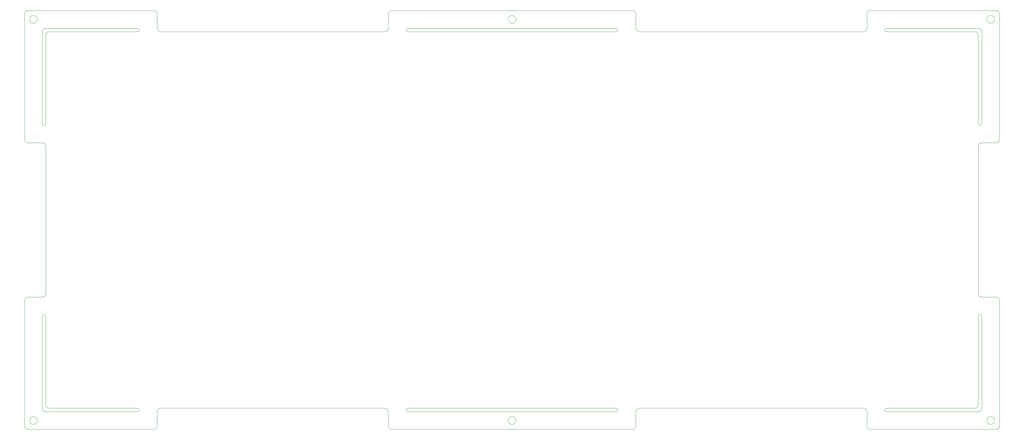
<source format=gm1>
G04 #@! TF.GenerationSoftware,KiCad,Pcbnew,7.0.8-7.0.8~ubuntu22.04.1*
G04 #@! TF.CreationDate,2023-10-08T19:27:19+02:00*
G04 #@! TF.ProjectId,nrw65-pcb,6e727736-352d-4706-9362-2e6b69636164,rev?*
G04 #@! TF.SameCoordinates,Original*
G04 #@! TF.FileFunction,Profile,NP*
%FSLAX46Y46*%
G04 Gerber Fmt 4.6, Leading zero omitted, Abs format (unit mm)*
G04 Created by KiCad (PCBNEW 7.0.8-7.0.8~ubuntu22.04.1) date 2023-10-08 19:27:19*
%MOMM*%
%LPD*%
G01*
G04 APERTURE LIST*
G04 #@! TA.AperFunction,Profile*
%ADD10C,0.100000*%
G04 #@! TD*
G04 APERTURE END LIST*
D10*
X256437500Y-19000000D02*
X256437500Y-23000000D01*
X120968750Y-19000000D02*
X120968750Y-23000000D01*
X24000000Y-104775000D02*
G75*
G03*
X23000000Y-104775000I-500000J0D01*
G01*
X292537500Y-134275000D02*
G75*
G03*
X292537500Y-134275000I-1100000J0D01*
G01*
X55500000Y-23000000D02*
G75*
G03*
X56500000Y-24000000I1000000J0D01*
G01*
X24000000Y-56500000D02*
G75*
G03*
X23000000Y-55500000I-1000000J0D01*
G01*
X255437500Y-24000000D02*
X191968750Y-24000000D01*
X185468750Y-24000000D02*
G75*
G03*
X185468750Y-23000000I50J500000D01*
G01*
X126468750Y-130775000D02*
X185468750Y-130775000D01*
X23000000Y-50000000D02*
G75*
G03*
X24000000Y-50000000I500000J0D01*
G01*
X24000000Y-129775000D02*
G75*
G03*
X25000000Y-130775000I1000000J0D01*
G01*
X257437500Y-136775000D02*
X292937500Y-136775000D01*
X286937500Y-24000000D02*
X261937500Y-24000000D01*
X157068750Y-134275000D02*
G75*
G03*
X157068750Y-134275000I-1100000J0D01*
G01*
X287937500Y-98275000D02*
X287937500Y-56500000D01*
X18000000Y-100275000D02*
X18000000Y-135775000D01*
X190968800Y-19000000D02*
G75*
G03*
X189968750Y-18000000I-1000000J0D01*
G01*
X24000000Y-23000000D02*
G75*
G03*
X23000000Y-24000000I0J-1000000D01*
G01*
X50000000Y-24000000D02*
X25000000Y-24000000D01*
X288937500Y-55500000D02*
G75*
G03*
X287937500Y-56500000I0J-1000000D01*
G01*
X189968750Y-136774950D02*
G75*
G03*
X190968750Y-135775000I50J999950D01*
G01*
X120968750Y-131775000D02*
X120968750Y-135775000D01*
X50000000Y-131775000D02*
X24000000Y-131775000D01*
X292937500Y-99275000D02*
X288937500Y-99275000D01*
X287937500Y-98275000D02*
G75*
G03*
X288937500Y-99275000I999900J-100D01*
G01*
X54500000Y-136775000D02*
G75*
G03*
X55500000Y-135775000I0J1000000D01*
G01*
X189968750Y-18000000D02*
X121968750Y-18000000D01*
X23000000Y-99275000D02*
G75*
G03*
X24000000Y-98275000I0J1000000D01*
G01*
X288937500Y-24000000D02*
X288937500Y-50000000D01*
X119968750Y-24000000D02*
X56500000Y-24000000D01*
X24000000Y-23000000D02*
X50000000Y-23000000D01*
X293937500Y-19000000D02*
G75*
G03*
X292937500Y-18000000I-1000100J-100D01*
G01*
X287937500Y-25000000D02*
G75*
G03*
X286937500Y-24000000I-1000100J-100D01*
G01*
X25000000Y-130775000D02*
X50000000Y-130775000D01*
X287937500Y-129775000D02*
X287937500Y-104775000D01*
X191968750Y-130775000D02*
X255437500Y-130775000D01*
X287937500Y-50000000D02*
X287937500Y-25000000D01*
X292937500Y-55500000D02*
G75*
G03*
X293937500Y-54500000I0J1000000D01*
G01*
X19000000Y-18000000D02*
G75*
G03*
X18000000Y-19000000I0J-1000000D01*
G01*
X18000000Y-19000000D02*
X18000000Y-54500000D01*
X19000000Y-136775000D02*
X54500000Y-136775000D01*
X185468750Y-131775000D02*
X126468750Y-131775000D01*
X18000000Y-54500000D02*
G75*
G03*
X19000000Y-55500000I1000000J0D01*
G01*
X121968750Y-17999950D02*
G75*
G03*
X120968750Y-19000000I50J-1000050D01*
G01*
X126468750Y-23000000D02*
G75*
G03*
X126468750Y-24000000I50J-500000D01*
G01*
X293937500Y-54500000D02*
X293937500Y-19000000D01*
X256437500Y-135775000D02*
G75*
G03*
X257437500Y-136775000I999900J-100D01*
G01*
X55500000Y-23000000D02*
X55500000Y-19000000D01*
X261937500Y-23000000D02*
X287937500Y-23000000D01*
X190968750Y-135775000D02*
X190968750Y-131775000D01*
X292937500Y-18000000D02*
X257437500Y-18000000D01*
X56500000Y-130775000D02*
G75*
G03*
X55500000Y-131775000I0J-1000000D01*
G01*
X292537500Y-20500000D02*
G75*
G03*
X292537500Y-20500000I-1100000J0D01*
G01*
X126468750Y-24000000D02*
X185468750Y-24000000D01*
X23000000Y-130775000D02*
G75*
G03*
X24000000Y-131775000I1000000J0D01*
G01*
X23000000Y-130775000D02*
X23000000Y-104775000D01*
X18000000Y-135775000D02*
G75*
G03*
X19000000Y-136775000I1000000J0D01*
G01*
X190968750Y-23000000D02*
X190968750Y-19000000D01*
X120968700Y-131775000D02*
G75*
G03*
X119968750Y-130775000I-1000000J0D01*
G01*
X255437500Y-24000000D02*
G75*
G03*
X256437500Y-23000000I0J1000000D01*
G01*
X287937500Y-131775000D02*
X261937500Y-131775000D01*
X24000000Y-25000000D02*
X24000000Y-50000000D01*
X24000000Y-104775000D02*
X24000000Y-129775000D01*
X55500000Y-19000000D02*
G75*
G03*
X54500000Y-18000000I-1000000J0D01*
G01*
X190968800Y-23000000D02*
G75*
G03*
X191968750Y-24000000I1000000J0D01*
G01*
X21600000Y-134275000D02*
G75*
G03*
X21600000Y-134275000I-1100000J0D01*
G01*
X261937500Y-130775000D02*
X286937500Y-130775000D01*
X287937500Y-131775000D02*
G75*
G03*
X288937500Y-130775000I0J1000000D01*
G01*
X288937500Y-104775000D02*
X288937500Y-130775000D01*
X19000000Y-99275000D02*
G75*
G03*
X18000000Y-100275000I0J-1000000D01*
G01*
X119968750Y-23999950D02*
G75*
G03*
X120968750Y-23000000I50J999950D01*
G01*
X21600000Y-20500000D02*
G75*
G03*
X21600000Y-20500000I-1100000J0D01*
G01*
X56500000Y-130775000D02*
X119968750Y-130775000D01*
X185468750Y-23000000D02*
X126468750Y-23000000D01*
X24000000Y-56500000D02*
X24000000Y-98275000D01*
X288937500Y-104775000D02*
G75*
G03*
X287937500Y-104775000I-500000J0D01*
G01*
X19000000Y-55500000D02*
X23000000Y-55500000D01*
X288937500Y-24000000D02*
G75*
G03*
X287937500Y-23000000I-1000100J-100D01*
G01*
X23000000Y-99275000D02*
X19000000Y-99275000D01*
X257437500Y-18000000D02*
G75*
G03*
X256437500Y-19000000I0J-1000000D01*
G01*
X121968750Y-136775000D02*
X189968750Y-136775000D01*
X185468750Y-131775000D02*
G75*
G03*
X185468750Y-130775000I50J500000D01*
G01*
X293937500Y-135775000D02*
X293937500Y-100275000D01*
X54500000Y-18000000D02*
X19000000Y-18000000D01*
X288937500Y-55500000D02*
X292937500Y-55500000D01*
X55500000Y-135775000D02*
X55500000Y-131775000D01*
X25000000Y-24000000D02*
G75*
G03*
X24000000Y-25000000I0J-1000000D01*
G01*
X293937500Y-100275000D02*
G75*
G03*
X292937500Y-99275000I-1000100J-100D01*
G01*
X50000000Y-24000000D02*
G75*
G03*
X50000000Y-23000000I0J500000D01*
G01*
X256437500Y-131775000D02*
G75*
G03*
X255437500Y-130775000I-1000100J-100D01*
G01*
X286937500Y-130775000D02*
G75*
G03*
X287937500Y-129775000I0J1000000D01*
G01*
X120968700Y-135775000D02*
G75*
G03*
X121968750Y-136775000I1000000J0D01*
G01*
X23000000Y-50000000D02*
X23000000Y-24000000D01*
X261937500Y-130775000D02*
G75*
G03*
X261937500Y-131775000I100J-500000D01*
G01*
X261937500Y-23000000D02*
G75*
G03*
X261937500Y-24000000I100J-500000D01*
G01*
X126468750Y-130775000D02*
G75*
G03*
X126468750Y-131775000I50J-500000D01*
G01*
X191968750Y-130774950D02*
G75*
G03*
X190968750Y-131775000I50J-1000050D01*
G01*
X287937500Y-50000000D02*
G75*
G03*
X288937500Y-50000000I500000J0D01*
G01*
X50000000Y-131775000D02*
G75*
G03*
X50000000Y-130775000I0J500000D01*
G01*
X256437500Y-131775000D02*
X256437500Y-135775000D01*
X292937500Y-136775000D02*
G75*
G03*
X293937500Y-135775000I0J1000000D01*
G01*
X157068750Y-20500000D02*
G75*
G03*
X157068750Y-20500000I-1100000J0D01*
G01*
M02*

</source>
